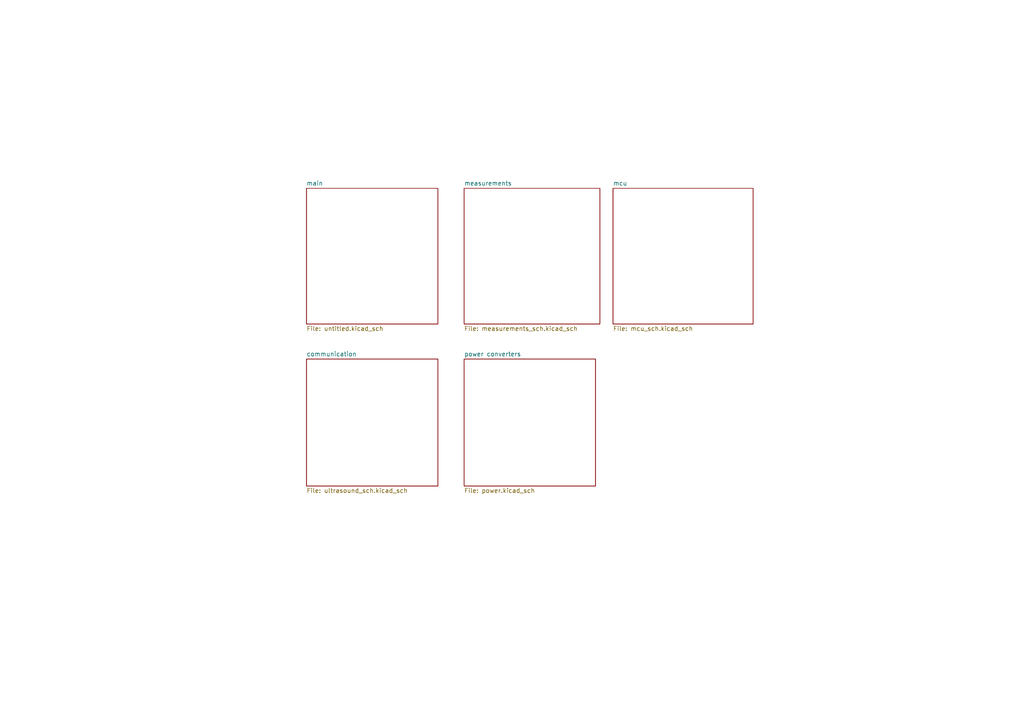
<source format=kicad_sch>
(kicad_sch (version 20211123) (generator eeschema)

  (uuid 4d0ef253-124f-497e-8a02-98804f21ec98)

  (paper "A4")

  (lib_symbols
  )


  (sheet (at 88.9 104.14) (size 38.1 36.83) (fields_autoplaced)
    (stroke (width 0.1524) (type solid) (color 0 0 0 0))
    (fill (color 0 0 0 0.0000))
    (uuid 03efad70-c9aa-48a1-8756-ad404298714a)
    (property "Sheet name" "communication" (id 0) (at 88.9 103.4284 0)
      (effects (font (size 1.27 1.27)) (justify left bottom))
    )
    (property "Sheet file" "ultrasound_sch.kicad_sch" (id 1) (at 88.9 141.5546 0)
      (effects (font (size 1.27 1.27)) (justify left top))
    )
  )

  (sheet (at 177.8 54.61) (size 40.64 39.37) (fields_autoplaced)
    (stroke (width 0.1524) (type solid) (color 0 0 0 0))
    (fill (color 0 0 0 0.0000))
    (uuid 415dd66c-310d-4150-9e33-ee8b65aef7bc)
    (property "Sheet name" "mcu" (id 0) (at 177.8 53.8984 0)
      (effects (font (size 1.27 1.27)) (justify left bottom))
    )
    (property "Sheet file" "mcu_sch.kicad_sch" (id 1) (at 177.8 94.5646 0)
      (effects (font (size 1.27 1.27)) (justify left top))
    )
  )

  (sheet (at 134.62 54.61) (size 39.37 39.37) (fields_autoplaced)
    (stroke (width 0.1524) (type solid) (color 0 0 0 0))
    (fill (color 0 0 0 0.0000))
    (uuid 6fbcc029-2e97-4cbb-aefe-dadd6dac0b49)
    (property "Sheet name" "measurements" (id 0) (at 134.62 53.8984 0)
      (effects (font (size 1.27 1.27)) (justify left bottom))
    )
    (property "Sheet file" "measurements_sch.kicad_sch" (id 1) (at 134.62 94.5646 0)
      (effects (font (size 1.27 1.27)) (justify left top))
    )
  )

  (sheet (at 88.9 54.61) (size 38.1 39.37) (fields_autoplaced)
    (stroke (width 0.1524) (type solid) (color 0 0 0 0))
    (fill (color 0 0 0 0.0000))
    (uuid 942d51a0-7498-4db1-b32e-613df6c3f987)
    (property "Sheet name" "main" (id 0) (at 88.9 53.8984 0)
      (effects (font (size 1.27 1.27)) (justify left bottom))
    )
    (property "Sheet file" "untitled.kicad_sch" (id 1) (at 88.9 94.5646 0)
      (effects (font (size 1.27 1.27)) (justify left top))
    )
  )

  (sheet (at 134.62 104.14) (size 38.1 36.83) (fields_autoplaced)
    (stroke (width 0.1524) (type solid) (color 0 0 0 0))
    (fill (color 0 0 0 0.0000))
    (uuid 9c7af212-65f3-4d36-9a7c-51f47c138f55)
    (property "Sheet name" "power converters" (id 0) (at 134.62 103.4284 0)
      (effects (font (size 1.27 1.27)) (justify left bottom))
    )
    (property "Sheet file" "power.kicad_sch" (id 1) (at 134.62 141.5546 0)
      (effects (font (size 1.27 1.27)) (justify left top))
    )
  )

  (sheet_instances
    (path "/" (page "1"))
    (path "/6fbcc029-2e97-4cbb-aefe-dadd6dac0b49" (page "2"))
    (path "/03efad70-c9aa-48a1-8756-ad404298714a" (page "3"))
    (path "/9c7af212-65f3-4d36-9a7c-51f47c138f55" (page "4"))
    (path "/942d51a0-7498-4db1-b32e-613df6c3f987" (page "5"))
    (path "/415dd66c-310d-4150-9e33-ee8b65aef7bc" (page "6"))
  )

  (symbol_instances
    (path "/03efad70-c9aa-48a1-8756-ad404298714a/358c6983-81cf-4558-aacb-35d3a5f778c5"
      (reference "#PWR?") (unit 1) (value "+1V0") (footprint "")
    )
    (path "/03efad70-c9aa-48a1-8756-ad404298714a/f0e9981e-f1ec-415d-b90b-438ddaa7c882"
      (reference "#PWR?") (unit 1) (value "GND") (footprint "")
    )
    (path "/03efad70-c9aa-48a1-8756-ad404298714a/be22a395-60aa-4885-bf5e-173116540bc5"
      (reference "BZ1") (unit 1) (value "Piezo") (footprint "")
    )
    (path "/03efad70-c9aa-48a1-8756-ad404298714a/6f354bec-17a3-4ebf-9b29-8e9e2afe0ee7"
      (reference "C1") (unit 1) (value "0.1uF") (footprint "")
    )
    (path "/03efad70-c9aa-48a1-8756-ad404298714a/76127282-4a58-4150-afae-0beec97e3c40"
      (reference "D1") (unit 1) (value "1N4004") (footprint "Diode_THT:D_DO-41_SOD81_P10.16mm_Horizontal")
    )
    (path "/03efad70-c9aa-48a1-8756-ad404298714a/29e69c9a-c4b2-49e9-92ce-3b7aff26f405"
      (reference "D2") (unit 1) (value "1N4004") (footprint "Diode_THT:D_DO-41_SOD81_P10.16mm_Horizontal")
    )
    (path "/942d51a0-7498-4db1-b32e-613df6c3f987/eb7f4799-9c5b-4169-b632-4f576f2e8b1d"
      (reference "J1_I2C_Gamma_Sensor?") (unit 1) (value "Conn_01x06_Female") (footprint "")
    )
    (path "/03efad70-c9aa-48a1-8756-ad404298714a/082c7dd8-d570-485a-8a8c-7516fa7ad208"
      (reference "R1") (unit 1) (value "100R") (footprint "")
    )
    (path "/03efad70-c9aa-48a1-8756-ad404298714a/e310a78b-1c0b-4b8a-9cad-4befb515f038"
      (reference "R2") (unit 1) (value "470k") (footprint "")
    )
    (path "/942d51a0-7498-4db1-b32e-613df6c3f987/adbee1bf-d88c-4783-a838-2c603551276b"
      (reference "U1_Pressure_Sensor?") (unit 1) (value "MS5525DSO") (footprint "")
    )
    (path "/9c7af212-65f3-4d36-9a7c-51f47c138f55/cf0de218-f97d-40c7-864e-2518980e3d53"
      (reference "U2") (unit 1) (value "LM25183NGUR") (footprint "")
    )
    (path "/942d51a0-7498-4db1-b32e-613df6c3f987/b777e41f-e4bb-4932-9d75-ce2dabd6efea"
      (reference "U2_Temperature_Sensor?") (unit 1) (value "TMP1075D") (footprint "Package_SO:SO-8_3.9x4.9mm_P1.27mm")
    )
    (path "/9c7af212-65f3-4d36-9a7c-51f47c138f55/912c63c5-5df7-4dcf-8c39-15d6624f0cd7"
      (reference "U3") (unit 1) (value "LM5181NGUR") (footprint "")
    )
    (path "/942d51a0-7498-4db1-b32e-613df6c3f987/a5acd85e-3114-4004-a4be-0df8305cfbf6"
      (reference "U?") (unit 1) (value "MAX485E") (footprint "")
    )
    (path "/415dd66c-310d-4150-9e33-ee8b65aef7bc/b8e1c121-555c-4163-905a-781916653ef8"
      (reference "U?") (unit 1) (value "ATmega644V-10M") (footprint "Package_DFN_QFN:QFN-44-1EP_7x7mm_P0.5mm_EP5.2x5.2mm")
    )
    (path "/6fbcc029-2e97-4cbb-aefe-dadd6dac0b49/c24eb077-6d4a-4ccd-bd1c-9ae5a44d9429"
      (reference "U?") (unit 1) (value "519") (footprint "")
    )
  )
)

</source>
